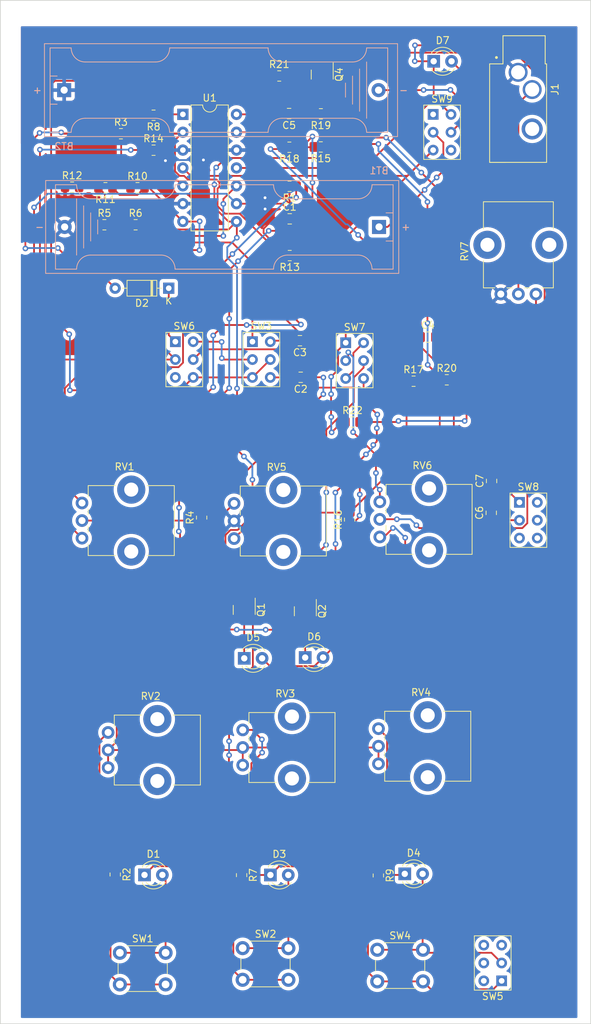
<source format=kicad_pcb>
(kicad_pcb (version 20210424) (generator pcbnew)
  (layers (0 "F.Cu" signal) (31 "B.Cu" signal) (34 "B.Paste" user) (35 "F.Paste" user) (36 "B.SilkS" user "B.Silkscreen") (37 "F.SilkS" user "F.Silkscreen") (38 "B.Mask" user) (39 "F.Mask" user) (44 "Edge.Cuts" user))
  (net 0 "")
  (net 1 "Net-(BT1-Pad1)")
  (net 2 "GND")
  (net 3 "Net-(BT2-Pad2)")
  (net 4 "Net-(C1-Pad2)")
  (net 5 "Net-(C2-Pad1)")
  (net 6 "Net-(C2-Pad2)")
  (net 7 "Net-(C3-Pad2)")
  (net 8 "Net-(C4-Pad1)")
  (net 9 "Net-(C4-Pad2)")
  (net 10 "Net-(C5-Pad2)")
  (net 11 "Net-(C6-Pad1)")
  (net 12 "Net-(C7-Pad2)")
  (net 13 "Net-(D1-Pad1)")
  (net 14 "Net-(D1-Pad2)")
  (net 15 "Net-(D2-Pad1)")
  (net 16 "Net-(D2-Pad2)")
  (net 17 "Net-(D3-Pad2)")
  (net 18 "Net-(D4-Pad2)")
  (net 19 "Net-(D5-Pad1)")
  (net 20 "VCC")
  (net 21 "Net-(D6-Pad1)")
  (net 22 "VSS")
  (net 23 "Net-(D7-Pad2)")
  (net 24 "Net-(J1-Pad2)")
  (net 25 "Net-(Q2-Pad2)")
  (net 26 "Net-(R1-Pad1)")
  (net 27 "Net-(R2-Pad1)")
  (net 28 "Net-(R2-Pad2)")
  (net 29 "Net-(R4-Pad1)")
  (net 30 "Net-(R5-Pad2)")
  (net 31 "Net-(R7-Pad1)")
  (net 32 "Net-(R7-Pad2)")
  (net 33 "TRI_SAW")
  (net 34 "Net-(R10-Pad1)")
  (net 35 "Net-(R9-Pad1)")
  (net 36 "Net-(R9-Pad2)")
  (net 37 "Net-(R10-Pad2)")
  (net 38 "SQR")
  (net 39 "Net-(R15-Pad2)")
  (net 40 "Net-(R16-Pad1)")
  (net 41 "Net-(R16-Pad2)")
  (net 42 "Net-(R21-Pad1)")
  (net 43 "Net-(RV6-Pad3)")
  (net 44 "SEC_WAVE")
  (net 45 "Net-(SW7-Pad3)")
  (net 46 "Net-(Q1-Pad2)")
  (net 47 "Net-(Q2-Pad1)")
  (net 48 "Net-(Q4-Pad1)")
  (net 49 "Net-(Q4-Pad3)")
  (footprint "Potentiometer_THT:Potentiometer_Bourns_PTV09A-1_Single_Vertical" (layer "F.Cu") (at 89.61 95.2)
    (fp_text reference "RV6")
    (fp_text value "100kB")
  )
  (footprint "Capacitor_SMD:C_0805_2012Metric_Pad1.18x1.45mm_HandSolder" (layer "F.Cu") (at 78.25 67.3 180)
    (fp_text reference "C3")
    (fp_text value "100n")
  )
  (footprint "Capacitor_SMD:C_0805_2012Metric_Pad1.18x1.45mm_HandSolder" (layer "F.Cu") (at 78.36 72.5 180)
    (fp_text reference "C2")
    (fp_text value "10n")
  )
  (footprint "Potentiometer_THT:Potentiometer_Bourns_PTV09A-1_Single_Vertical" (layer "F.Cu") (at 68.89 95.43)
    (fp_text reference "RV5")
    (fp_text value "100kB")
  )
  (footprint "Resistor_SMD:R_0805_2012Metric_Pad1.20x1.40mm_HandSolder" (layer "F.Cu") (at 54.89 50.82)
    (fp_text reference "R6")
    (fp_text value "100k")
  )
  (footprint "Resistor_SMD:R_0805_2012Metric_Pad1.20x1.40mm_HandSolder" (layer "F.Cu") (at 50.45 50.82)
    (fp_text reference "R5")
    (fp_text value "100k")
  )
  (footprint "Button_Switch_THT:SW_NKK_G1xJP" (layer "F.Cu") (at 109.46 90.28)
    (fp_text reference "SW8")
    (fp_text value "Resonance")
  )
  (footprint "Resistor_SMD:R_0805_2012Metric_Pad1.20x1.40mm_HandSolder" (layer "F.Cu") (at 50.6 45.56 180)
    (fp_text reference "R11")
    (fp_text value "100k")
  )
  (footprint "Capacitor_SMD:C_0805_2012Metric_Pad1.18x1.45mm_HandSolder" (layer "F.Cu") (at 105.45 91.77 90)
    (fp_text reference "C6")
    (fp_text value "1n")
  )
  (footprint "Button_Switch_THT:SW_NKK_G1xJP" (layer "F.Cu") (at 106.93 158.3 180)
    (fp_text reference "SW5")
    (fp_text value "Gate3SW")
  )
  (footprint "Button_Switch_THT:SW_NKK_G1xJP" (layer "F.Cu") (at 71.5 67.44)
    (fp_text reference "SW3")
    (fp_text value "Range")
  )
  (footprint "Resistor_SMD:R_0805_2012Metric_Pad1.20x1.40mm_HandSolder" (layer "F.Cu") (at 76.8 55.2 180)
    (fp_text reference "R13")
    (fp_text value "470")
  )
  (footprint "Resistor_SMD:R_0805_2012Metric_Pad1.20x1.40mm_HandSolder" (layer "F.Cu") (at 69.96 143.27 -90)
    (fp_text reference "R7")
    (fp_text value "10k")
  )
  (footprint "Resistor_SMD:R_0805_2012Metric_Pad1.20x1.40mm_HandSolder" (layer "F.Cu") (at 64.28 92.45 90)
    (fp_text reference "R4")
    (fp_text value "100k")
  )
  (footprint "Button_Switch_THT:SW_NKK_G1xJP" (layer "F.Cu") (at 84.76 67.59)
    (fp_text reference "SW7")
    (fp_text value "Mod")
  )
  (footprint "LED_THT:LED_D3.0mm" (layer "F.Cu") (at 97.265 27.58)
    (fp_text reference "D7")
    (fp_text value "LED")
  )
  (footprint "Button_Switch_THT:SW_NKK_G1xJP" (layer "F.Cu") (at 97.19 35.13)
    (fp_text reference "SW9")
    (fp_text value "Power")
  )
  (footprint "Resistor_SMD:R_0805_2012Metric_Pad1.20x1.40mm_HandSolder" (layer "F.Cu") (at 51.99 143.18 -90)
    (fp_text reference "R2")
    (fp_text value "10k")
  )
  (footprint "Diode_THT:D_DO-35_SOD27_P7.62mm_Horizontal" (layer "F.Cu") (at 59.6 59.84 180)
    (fp_text reference "D2")
    (fp_text value "1N4148")
  )
  (footprint "Potentiometer_THT:Potentiometer_Bourns_PTV09A-1_Single_Vertical" (layer "F.Cu") (at 47.27 95.37)
    (fp_text reference "RV1")
    (fp_text value "100kB")
  )
  (footprint "LED_THT:LED_D3.0mm" (layer "F.Cu") (at 74.055 143.25)
    (fp_text reference "D3")
    (fp_text value "LED")
  )
  (footprint "Capacitor_SMD:C_0805_2012Metric_Pad1.18x1.45mm_HandSolder" (layer "F.Cu") (at 105.5 87.24 90)
    (fp_text reference "C7")
    (fp_text value "1u")
  )
  (footprint "Resistor_SMD:R_0805_2012Metric_Pad1.20x1.40mm_HandSolder" (layer "F.Cu") (at 57.44 40.22)
    (fp_text reference "R14")
    (fp_text value "470")
  )
  (footprint "Potentiometer_THT:Potentiometer_Bourns_PTV09A-1_Single_Vertical" (layer "F.Cu") (at 111.81 60.67 90)
    (fp_text reference "RV7")
    (fp_text value "100kA")
  )
  (footprint "Package_TO_SOT_SMD:SOT-23" (layer "F.Cu") (at 79.02 105.76 -90)
    (fp_text reference "Q2")
    (fp_text value "BC846")
  )
  (footprint "Resistor_SMD:R_0805_2012Metric_Pad1.20x1.40mm_HandSolder" (layer "F.Cu") (at 81.22 39.76 180)
    (fp_text reference "R15")
    (fp_text value "100k")
  )
  (footprint "LED_THT:LED_D3.0mm" (layer "F.Cu") (at 79 112.34)
    (fp_text reference "D6")
    (fp_text value "LED")
  )
  (footprint "Resistor_SMD:R_0805_2012Metric_Pad1.20x1.40mm_HandSolder" (layer "F.Cu") (at 89.4 143.32 -90)
    (fp_text reference "R9")
    (fp_text value "10k")
  )
  (footprint "Capacitor_SMD:C_0805_2012Metric_Pad1.18x1.45mm_HandSolder" (layer "F.Cu") (at 76.8 49.98)
    (fp_text reference "C1")
    (fp_text value "100n")
  )
  (footprint "Resistor_SMD:R_0805_2012Metric_Pad1.20x1.40mm_HandSolder" (layer "F.Cu") (at 81.23 35.05 180)
    (fp_text reference "R19")
    (fp_text value "100k")
  )
  (footprint "Resistor_SMD:R_0805_2012Metric_Pad1.20x1.40mm_HandSolder" (layer "F.Cu") (at 57.44 35.25 180)
    (fp_text reference "R8")
    (fp_text value "100k")
  )
  (footprint "Resistor_SMD:R_0805_2012Metric_Pad1.20x1.40mm_HandSolder" (layer "F.Cu") (at 76.78 45.35 180)
    (fp_text reference "R1")
    (fp_text value "1k")
  )
  (footprint "Resistor_SMD:R_0805_2012Metric_Pad1.20x1.40mm_HandSolder" (layer "F.Cu") (at 99.13 72.86)
    (fp_text reference "R20")
    (fp_text value "100k")
  )
  (footprint "Resistor_SMD:R_0805_2012Metric_Pad1.20x1.40mm_HandSolder" (layer "F.Cu") (at 45.86 45.48)
    (fp_text reference "R12")
    (fp_text value "100k")
  )
  (footprint "Button_Switch_THT:SW_PUSH_6mm_H9.5mm" (layer "F.Cu") (at 70.11 153.65)
    (fp_text reference "SW2")
    (fp_text value "Gate2")
  )
  (footprint "Resistor_SMD:R_0805_2012Metric_Pad1.20x1.40mm_HandSolder" (layer "F.Cu") (at 75.31 29.67)
    (fp_text reference "R21")
    (fp_text value "10k")
  )
  (footprint "Potentiometer_THT:Potentiometer_Bourns_PTV09A-1_Single_Vertical" (layer "F.Cu") (at 89.42 127.45)
    (fp_text reference "RV4")
    (fp_text value "100kB")
  )
  (footprint "LED_THT:LED_D3.0mm" (layer "F.Cu") (at 70.335 112.45)
    (fp_text reference "D5")
    (fp_text value "LED")
  )
  (footprint "Potentiometer_THT:Potentiometer_Bourns_PTV09A-1_Single_Vertical" (layer "F.Cu") (at 70.12 127.63)
    (fp_text reference "RV3")
    (fp_text value "100kB")
  )
  (footprint "Potentiometer_THT:Potentiometer_Bourns_PTV09A-1_Single_Vertical" (layer "F.Cu") (at 50.98 127.99)
    (fp_text reference "RV2")
    (fp_text value "100kB")
  )
  (footprint "Button_Switch_THT:SW_PUSH_6mm_H9.5mm" (layer "F.Cu") (at 52.65 154.31)
    (fp_text reference "SW1")
    (fp_text value "Gate1")
  )
  (footprint "Package_DIP:DIP-14_W7.62mm" (layer "F.Cu") (at 61.61 35.125)
    (fp_text reference "U1")
    (fp_text value "MCP6004")
  )
  (footprint "Resistor_SMD:R_0805_2012Metric_Pad1.20x1.40mm_HandSolder" (layer "F.Cu") (at 85.72 78.86)
    (fp_text reference "R22")
    (fp_text value "470")
  )
  (footprint "LED_THT:LED_D3.0mm" (layer "F.Cu") (at 56.155 143.24)
    (fp_text reference "D1")
    (fp_text value "LED")
  )
  (footprint "Button_Switch_THT:SW_PUSH_6mm_H9.5mm" (layer "F.Cu") (at 89.25 153.88)
    (fp_text reference "SW4")
    (fp_text value "Gate3")
  )
  (footprint "Resistor_SMD:R_0805_2012Metric_Pad1.20x1.40mm_HandSolder" (layer "F.Cu") (at 76.75 39.8 180)
    (fp_text reference "R18")
    (fp_text value "100k")
  )
  (footprint "Resistor_SMD:R_0805_2012Metric_Pad1.20x1.40mm_HandSolder" (layer "F.Cu") (at 55.16 45.56)
    (fp_text reference "R10")
    (fp_text value "270k")
  )
  (footprint "Button_Switch_THT:SW_NKK_G1xJP" (layer "F.Cu") (at 60.54 67.44)
    (fp_text reference "SW6")
    (fp_text value "Wave")
  )
  (footprint "Resistor_SMD:R_0805_2012Metric_Pad1.20x1.40mm_HandSolder" (layer "F.Cu") (at 52.8 37.88)
    (fp_text reference "R3")
    (fp_text value "1k")
  )
  (footprint "Package_TO_SOT_SMD:SOT-23" (layer "F.Cu") (at 81.42 29.47 -90)
    (fp_text reference "Q4")
    (fp_text value "BC846")
  )
  (footprint "LED_THT:LED_D3.0mm" (layer "F.Cu") (at 93.155 143.09)
    (fp_text reference "D4")
    (fp_text value "LED")
  )
  (footprint "Package_TO_SOT_SMD:SOT-23" (layer "F.Cu") (at 70.33 105.57 -90)
    (fp_text reference "Q1")
    (fp_text value "BC846")
  )
  (footprint "35RAPC2BV4:SWITCHCRAFT_35RAPC2BV4" (layer "F.Cu") (at 109.27 32.95 -90)
    (fp_text reference "J1")
    (fp_text value "35RAPC2BV4")
  )
  (footprint "Resistor_SMD:R_0805_2012Metric_Pad1.20x1.40mm_HandSolder" (layer "F.Cu") (at 85.32 92.74 90)
    (fp_text reference "R16")
    (fp_text value "100k")
  )
  (footprint "Capacitor_SMD:C_0805_2012Metric_Pad1.18x1.45mm_HandSolder" (layer "F.Cu") (at 76.71 35.01 180)
    (fp_text reference "C5")
    (fp_text value "22n")
  )
  (footprint "Capacitor_SMD:C_0805_2012Metric_Pad1.18x1.45mm_HandSolder" (layer "F.Cu") (at 96.46 66.79)
    (fp_text reference "C4")
    (fp_text value "22n")
  )
  (footprint "Resistor_SMD:R_0805_2012Metric_Pad1.20x1.40mm_HandSolder" (layer "F.Cu") (at 94.41 73.06)
    (fp_text reference "R17")
    (fp_text value "10K")
  )
  (footprint "Battery:BatteryHolder_Keystone_2466_1xAAA" (layer "B.Cu") (at 44.73 31.68)
    (fp_text reference "BT2")
    (fp_text value "1.5V")
  )
  (footprint "Battery:BatteryHolder_Keystone_2466_1xAAA" (layer "B.Cu") (at 89.5 51.13 180)
    (fp_text reference "BT1")
    (fp_text value "1.5V")
  )
  (gr_rect (start 35.66 18.92) (end 119.59 164.4) (layer "Edge.Cuts") (width 0.1) (fill none))
  (segment (start 89.5 51.13) (end 90.71 51.13) (width 0.25) (layer "F.Cu") (net 1))
  (segment (start 98.643489 39.123489) (end 97.19 37.67) (width 0.25) (layer "F.Cu") (net 1))
  (segment (start 98.643489 43.146511) (end 98.643489 39.123489) (width 0.25) (layer "F.Cu") (net 1))
  (segment (start 97.69 44.1) (end 98.643489 43.146511) (width 0.25) (layer "F.Cu") (net 1))
  (segment (start 90.71 51.13) (end 95.98 45.86) (width 0.25) (layer "F.Cu") (net 1))
  (via (at 97.69 44.1) (size 0.8) (drill 0.4) (layers "F.Cu" "B.Cu") (net 1))
  (via (at 95.98 45.86) (size 0.8) (drill 0.4) (layers "F.Cu" "B.Cu") (net 1))
  (segment (start 95.98 45.86) (end 95.98 45.81) (width 0.25) (layer "B.Cu") (net 1))
  (segment (start 95.98 45.81) (end 97.69 44.1) (width 0.25) (layer "B.Cu") (net 1))
  (segment (start 75.78 45.35) (end 74.92 45.35) (width 0.25) (layer "F.Cu") (net 2))
  (segment (start 74.92 45.35) (end 73.29 46.98) (width 0.25) (layer "F.Cu") (net 2))
  (segment (start 73.085489 51.379897) (end 73.085489 51.980103) (width 0.25) (layer "F.Cu") (net 2))
  (segment (start 74.7 49.98) (end 75.7625 49.98) (width 0.25) (layer "F.Cu") (net 2))
  (segment (start 73.3 48.58) (end 74.7 49.98) (width 0.25) (layer "F.Cu") (net 2))
  (segment (start 75.7625 49.98) (end 74.485386 49.98) (width 0.25) (layer "F.Cu") (net 2))
  (segment (start 58.44 41.02) (end 59.13 41.71) (width 0.25) (layer "F.Cu") (net 2))
  (segment (start 58.44 40.22) (end 58.44 41.02) (width 0.25) (layer "F.Cu") (net 2))
  (segment (start 64.53 41.61) (end 64.715 41.425) (width 0.25) (layer "F.Cu") (net 2))
  (segment (start 61.61 40.205) (end 64.715 40.205) (width 0.25) (layer "F.Cu") (net 2))
  (segment (start 74.485386 49.98) (end 73.085489 51.379897) (width 0.25) (layer "F.Cu") (net 2))
  (segment (start 64.715 40.205) (end 69.23 40.205) (width 0.25) (layer "F.Cu") (net 2))
  (segment (start 73.085489 51.980103) (end 75.8 54.694614) (width 0.25) (layer "F.Cu") (net 2))
  (segment (start 75.8 54.694614) (end 75.8 55.2) (width 0.25) (layer "F.Cu") (net 2))
  (segment (start 64.715 41.425) (end 64.715 40.205) (width 0.25) (layer "F.Cu") (net 2))
  (via (at 73.29 46.98) (size 0.8) (drill 0.4) (layers "F.Cu" "B.Cu") (net 2))
  (via (at 59.13 41.71) (size 0.8) (drill 0.4) (layers "F.Cu" "B.Cu") (net 2))
  (via (at 64.53 41.61) (size 0.8) (drill 0.4) (layers "F.Cu" "B.Cu") (net 2))
  (via (at 73.3 48.58) (size 0.8) (drill 0.4) (layers "F.Cu" "B.Cu") (net 2))
  (segment (start 59.219511 41.620489) (end 64.519511 41.620489) (width 0.25) (layer "B.Cu") (net 2))
  (segment (start 73.29 48.57) (end 73.3 48.58) (width 0.25) (layer "B.Cu") (net 2))
  (segment (start 59.13 41.71) (end 59.219511 41.620489) (width 0.25) (layer "B.Cu") (net 2))
  (segment (start 73.29 46.98) (end 73.29 48.57) (width 0.25) (layer "B.Cu") (net 2))
  (segment (start 64.519511 41.620489) (end 64.53 41.61) (width 0.25) (layer "B.Cu") (net 2))
  (segment (start 89.43 31.68) (end 95.81 31.68) (width 0.25) (layer "F.Cu") (net 3))
  (segment (start 101.49 33.48) (end 101.49 36.56) (width 0.25) (layer "F.Cu") (net 3))
  (segment (start 99.65 31.64) (end 101.49 33.48) (width 0.25) (layer "F.Cu") (net 3))
  (segment (start 95.81 31.68) (end 95.83 31.66) (width 0.25) (layer "F.Cu") (net 3))
  (segment (start 100.84 36.56) (end 99.73 37.67) (width 0.25) (layer "F.Cu") (net 3))
  (segment (start 101.49 36.56) (end 100.84 36.56) (width 0.25) (layer "F.Cu") (net 3))
  (via (at 95.83 31.66) (size 0.8) (drill 0.4) (layers "F.Cu" "B.Cu") (net 3))
  (via (at 99.65 31.64) (size 0.8) (drill 0.4) (layers "F.Cu" "B.Cu") (net 3))
  (segment (start 99.65 31.65) (end 99.65 31.64) (width 0.25) (layer "B.Cu") (net 3))
  (segment (start 95.83 31.66) (end 99.64 31.66) (width 0.25) (layer "B.Cu") (net 3))
  (segment (start 99.64 31.66) (end 99.65 31.65) (width 0.25) (layer "B.Cu") (net 3))
  (segment (start 70.12 125.13) (end 89.24 125.13) (width 0.25) (layer "F.Cu") (net 4))
  (segment (start 50.98 125.49) (end 52.204511 124.265489) (width 0.25) (layer "F.Cu") (net 4))
  (segment (start 40.45 97.725718) (end 40.45 48.35) (width 0.25) (layer "F.Cu") (net 4))
  (segment (start 52.204511 109.480229) (end 40.45 97.725718) (width 0.25) (layer "F.Cu") (net 4))
  (segment (start 50.98 125.49) (end 50.98 127.99) (width 0.25) (layer "F.Cu") (net 4))
  (segment (start 69.76 125.49) (end 70.12 125.13) (width 0.25) (layer "F.Cu") (net 4))
  (segment (start 89.42 124.95) (end 89.42 127.45) (width 0.25) (layer "F.Cu") (net 4))
  (segment (start 89.24 125.13) (end 89.42 124.95) (width 0.25) (layer "F.Cu") (net 4))
  (segment (start 75.6825 47.825) (end 69.23 47.825) (width 0.25) (layer "F.Cu") (net 4))
  (segment (start 52.204511 124.265489) (end 52.204511 109.480229) (width 0.25) (layer "F.Cu") (net 4))
  (segment (start 77.8375 49.98) (end 75.6825 47.825) (width 0.25) (layer "F.Cu") (net 4))
  (segment (start 50.98 125.49) (end 69.76 125.49) (width 0.25) (layer "F.Cu") (net 4))
  (segment (start 70.12 127.63) (end 70.12 125.13) (width 0.25) (layer "F.Cu") (net 4))
  (via (at 40.45 48.35) (size 0.8) (drill 0.4) (layers "F.Cu" "B.Cu") (net 4))
  (segment (start 42.39 46.41) (end 67.815 46.41) (width 0.25) (layer "B.Cu") (net 4))
  (segment (start 67.815 46.41) (end 69.23 47.825) (width 0.25) (layer "B.Cu") (net 4))
  (segment (start 40.45 48.35) (end 42.39 46.41) (width 0.25) (layer "B.Cu") (net 4))
  (segment (start 61.395 37.88) (end 61.61 37.665) (width 0.25) (layer "F.Cu") (net 5))
  (segment (start 79.3975 67.41) (end 79.2875 67.3) (width 0.25) (layer "F.Cu") (net 5))
  (segment (start 74.87548 54.42018) (end 74.87548 62.88798) (width 0.25) (layer "F.Cu") (net 5))
  (segment (start 61.144211 43.869511) (end 61.784811 43.869511) (width 0.25) (layer "F.Cu") (net 5))
  (segment (start 61.784811 43.869511) (end 62.300789 44.385489) (width 0.25) (layer "F.Cu") (net 5))
  (segment (start 81.58 74.9) (end 65.03 91.45) (width 0.25) (layer "F.Cu") (net 5))
  (segment (start 66.814511 45.410103) (end 66.53952 45.685094) (width 0.25) (layer "F.Cu") (net 5))
  (segment (start 79.3975 72.5) (end 79.3975 67.41) (width 0.25) (layer "F.Cu") (net 5))
  (segment (start 67.609837 49.240489) (end 69.695789 49.240489) (width 0.25) (layer "F.Cu") (net 5))
  (segment (start 62.300789 44.385489) (end 66.390103 44.385489) (width 0.25) (layer "F.Cu") (net 5))
  (segment (start 66.814511 44.809897) (end 66.814511 45.410103) (width 0.25) (layer "F.Cu") (net 5))
  (segment (start 66.53952 48.170172) (end 67.609837 49.240489) (width 0.25) (layer "F.Cu") (net 5))
  (segment (start 53.8 37.88) (end 61.395 37.88) (width 0.25) (layer "F.Cu") (net 5))
  (segment (start 74.87548 62.88798) (end 79.2875 67.3) (width 0.25) (layer "F.Cu") (net 5))
  (segment (start 79.3975 72.5) (end 81.55 72.5) (width 0.25) (layer "F.Cu") (net 5))
  (segment (start 81.55 72.5) (end 81.58 72.53) (width 0.25) (layer "F.Cu") (net 5))
  (segment (start 61.61 37.665) (end 60.485489 38.789511) (width 0.25) (layer "F.Cu") (net 5))
  (segment (start 66.53952 45.685094) (end 66.53952 48.170172) (width 0.25) (layer "F.Cu") (net 5))
  (segment (start 66.390103 44.385489) (end 66.814511 44.809897) (width 0.25) (layer "F.Cu") (net 5))
  (segment (start 69.695789 49.240489) (end 74.87548 54.42018) (width 0.25) (layer "F.Cu") (net 5))
  (segment (start 60.485489 38.789511) (end 60.485489 43.210789) (width 0.25) (layer "F.Cu") (net 5))
  (segment (start 65.03 91.45) (end 64.28 91.45) (width 0.25) (layer "F.Cu") (net 5))
  (segment (start 60.485489 43.210789) (end 61.144211 43.869511) (width 0.25) (layer "F.Cu") (net 5))
  (via (at 81.58 72.53) (size 0.8) (drill 0.4) (layers "F.Cu" "B.Cu") (net 5))
  (via (at 81.58 74.9) (size 0.8) (drill 0.4) (layers "F.Cu" "B.Cu") (net 5))
  (segment (start 81.58 72.53) (end 81.58 74.9) (width 0.25) (layer "B.Cu") (net 5))
  (segment (start 74.04 72.52) (end 77.3025 72.52) (width 0.25) (layer "F.Cu") (net 6))
  (segment (start 77.3025 72.52) (end 77.3225 72.5) (width 0.25) (layer "F.Cu") (net 6))
  (segment (start 74.18 67.3) (end 74.04 67.44) (width 0.25) (layer "F.Cu") (net 7))
  (segment (start 77.2125 67.3) (end 74.18 67.3) (width 0.25) (layer "F.Cu") (net 7))
  (segment (start 106.47 87.29) (end 109.46 90.28) (width 0.25) (layer "F.Cu") (net 8))
  (segment (start 104.955434 87.29) (end 106.47 87.29) (width 0.25) (layer "F.Cu") (net 8))
  (segment (start 95.41 73.06) (end 95.41 66.8025) (width 0.25) (layer "F.Cu") (net 8))
  (segment (start 75.49 40.06) (end 75.75 39.8) (width 0.25) (layer "F.Cu") (net 8))
  (segment (start 74.07 40.06) (end 75.49 40.06) (width 0.25) (layer "F.Cu") (net 8))
  (segment (start 73.615 37.665) (end 75.75 39.8) (width 0.25) (layer "F.Cu") (net 8))
  (segment (start 95.41 66.8025) (end 95.4225 66.79) (width 0.25) (layer "F.Cu") (net 8))
  (segment (start 100.13 82.464566) (end 104.955434 87.29) (width 0.25) (layer "F.Cu") (net 8))
  (segment (start 95.4225 66.79) (end 95.4225 61.1525) (width 0.25) (layer "F.Cu") (net 8))
  (segment (start 95.4225 61.1525) (end 86.53 52.26) (width 0.25) (layer "F.Cu") (net 8))
  (segment (start 95.4225 66.79) (end 95.4225 68.1525) (width 0.25) (layer "F.Cu") (net 8))
  (segment (start 100.13 72.86) (end 100.13 82.464566) (width 0.25) (layer "F.Cu") (net 8))
  (segment (start 69.23 37.665) (end 73.615 37.665) (width 0.25) (layer "F.Cu") (net 8))
  (segment (start 95.4225 68.1525) (end 100.13 72.86) (width 0.25) (layer "F.Cu") (net 8))
  (via (at 74.07 40.06) (size 0.8) (drill 0.4) (layers "F.Cu" "B.Cu") (net 8))
  (via (at 86.53 52.26) (size 0.8) (drill 0.4) (layers "F.Cu" "B.Cu") (net 8))
  (segment (start 85.03 50.76) (end 84.92 50.76) (width 0.25) (layer "B.Cu") (net 8))
  (segment (start 86.53 52.26) (end 85.03 50.76) (width 0.25) (layer "B.Cu") (net 8))
  (segment (start 84.77 50.76) (end 74.07 40.06) (width 0.25) (layer "B.Cu") (net 8))
  (segment (start 84.92 50.76) (end 84.77 50.76) (width 0.25) (layer "B.Cu") (net 8))
  (segment (start 90.51 38.43) (end 83.61 38.43) (width 0.25) (layer "F.Cu") (net 9))
  (segment (start 83.61 38.43) (end 80.23 35.05) (width 0.25) (layer "F.Cu") (net 9))
  (segment (start 80.23 28.7725) (end 80.47 28.5325) (width 0.25) (layer "F.Cu") (net 9))
  (segment (start 97.4975 45.3875) (end 95.51 43.4) (width 0.25) (layer "F.Cu") (net 9))
  (segment (start 97.4975 66.79) (end 97.4975 45.3875) (width 0.25) (layer "F.Cu") (net 9))
  (segment (start 80.23 35.05) (end 80.23 28.7725) (width 0.25) (layer "F.Cu") (net 9))
  (segment (start 80.23 35.05) (end 77.7875 35.05) (width 0.25) (layer "F.Cu") (net 9))
  (segment (start 77.7875 35.05) (end 77.7475 35.01) (width 0.25) (layer "F.Cu") (net 9))
  (via (at 90.51 38.43) (size 0.8) (drill 0.4) (layers "F.Cu" "B.Cu") (net 9))
  (via (at 95.51 43.4) (size 0.8) (drill 0.4) (layers "F.Cu" "B.Cu") (net 9))
  (segment (start 95.51 43.4) (end 90.54 38.43) (width 0.25) (layer "B.Cu") (net 9))
  (segment (start 90.54 38.43) (end 90.51 38.43) (width 0.25) (layer "B.Cu") (net 9))
  (segment (start 98.13 83.69) (end 98.13 72.86) (width 0.25) (layer "F.Cu") (net 10))
  (segment (start 105.45 90.7325) (end 105.45 88.3275) (width 0.25) (layer "F.Cu") (net 10))
  (segment (start 80.618802 36.07452) (end 83.884282 39.34) (width 0.25) (layer "F.Cu") (net 10))
  (segment (start 75.5575 35.125) (end 75.6725 35.01) (width 0.25) (layer "F.Cu") (net 10))
  (segment (start 98.13 72.44) (end 98.13 72.86) (width 0.25) (layer "F.Cu") (net 10))
  (segment (start 96.38 64.79) (end 96.4 64.81) (width 0.25) (layer "F.Cu") (net 10))
  (segment (start 105.45 88.3275) (end 105.5 88.2775) (width 0.25) (layer "F.Cu") (net 10))
  (segment (start 96.38 47.57) (end 96.38 64.79) (width 0.25) (layer "F.Cu") (net 10))
  (segment (start 96.42 70.73) (end 98.13 72.44) (width 0.25) (layer "F.Cu") (net 10))
  (segment (start 83.884282 39.34) (end 89.41 39.34) (width 0.25) (layer "F.Cu") (net 10))
  (segment (start 76.73702 36.07452) (end 80.618802 36.07452) (width 0.25) (layer "F.Cu") (net 10))
  (segment (start 105.5 88.2775) (end 102.7175 88.2775) (width 0.25) (layer "F.Cu") (net 10))
  (segment (start 75.6725 35.01) (end 76.73702 36.07452) (width 0.25) (layer "F.Cu") (net 10))
  (segment (start 69.23 35.125) (end 75.5575 35.125) (width 0.25) (layer "F.Cu") (net 10))
  (segment (start 102.7175 88.2775) (end 98.13 83.69) (width 0.25) (layer "F.Cu") (net 10))
  (via (at 96.4 64.81) (size 0.8) (drill 0.4) (layers "F.Cu" "B.Cu") (net 10))
  (via (at 89.41 39.34) (size 0.8) (drill 0.4) (layers "F.Cu" "B.Cu") (net 10))
  (via (at 96.42 70.73) (size 0.8) (drill 0.4) (layers "F.Cu" "B.Cu") (net 10))
  (via (at 96.38 47.57) (size 0.8) (drill 0.4) (layers "F.Cu" "B.Cu") (net 10))
  (segment (start 96.4 64.81) (end 96.4 70.71) (width 0.25) (layer "B.Cu") (net 10))
  (segment (start 89.41 40.314614) (end 96.38 47.284614) (width 0.25) (layer "B.Cu") (net 10))
  (segment (start 96.38 47.284614) (end 96.38 47.57) (width 0.25) (layer "B.Cu") (net 10))
  (segment (start 89.41 39.34) (end 89.41 40.314614) (width 0.25) (layer "B.Cu") (net 10))
  (segment (start 96.4 70.71) (end 96.42 70.73) (width 0.25) (layer "B.Cu") (net 10))
  (segment (start 109.46 92.82) (end 105.4625 92.82) (width 0.25) (layer "F.Cu") (net 11))
  (segment (start 105.4625 92.82) (end 105.45 92.8075) (width 0.25) (layer "F.Cu") (net 11))
  (segment (start 111.81 80.6175) (end 111.81 60.67) (width 0.25) (layer "F.Cu") (net 12))
  (segment (start 105.5 86.2025) (end 106.225 86.2025) (width 0.25) (layer "F.Cu") (net 12))
  (segment (start 106.225 86.2025) (end 111.81 80.6175) (width 0.25) (layer "F.Cu") (net 12))
  (segment (start 68.085923 142.015489) (end 68.155217 142.084783) (width 0.25) (layer "F.Cu") (net 13))
  (segment (start 93.00048 143.24452) (end 93.155 143.09) (width 0.25) (layer "F.Cu") (net 13))
  (segment (start 87.485923 142.025489) (end 88.704954 143.24452) (width 0.25) (layer "F.Cu") (net 13))
  (segment (start 57.379511 142.015489) (end 68.085923 142.015489) (width 0.25) (layer "F.Cu") (net 13))
  (segment (start 68.18 117.054022) (end 71.559511 113.674511) (width 0.25) (layer "F.Cu") (net 13))
  (segment (start 69.39721 94.205489) (end 71.51 92.092699) (width 0.25) (layer "F.Cu") (net 13))
  (segment (start 71.559511 104.912011) (end 71.28 104.6325) (width 0.25) (layer "F.Cu") (net 13))
  (segment (start 74.055 143.25) (end 75.279511 142.025489) (width 0.25) (layer "F.Cu") (net 13))
  (segment (start 88.704954 143.24452) (end 93.00048 143.24452) (width 0.25) (layer "F.Cu") (net 13))
  (segment (start 68.18 124.23) (end 68.18 117.054022) (width 0.25) (layer "F.Cu") (net 13))
  (segment (start 70.29 83.76) (end 69.31 82.78) (width 0.25) (layer "F.Cu") (net 13))
  (segment (start 71.559511 113.674511) (end 71.559511 104.912011) (width 0.25) (layer "F.Cu") (net 13))
  (segment (start 56.155 143.24) (end 57.379511 142.015489) (width 0.25) (layer "F.Cu") (net 13))
  (segment (start 80.650489 41.329511) (end 67.700489 41.329511) (width 0.25) (layer "F.Cu") (net 13))
  (segment (start 67.700489 41.329511) (end 66.35 42.68) (width 0.25) (layer "F.Cu") (net 13))
  (segment (start 71.28 104.6325) (end 67.665489 101.017989) (width 0.25) (layer "F.Cu") (net 13))
  (segment (start 67.665489 94.92279) (end 68.38279 94.205489) (width 0.25) (layer "F.Cu") (net 13))
  (segment (start 68.09863 50.365) (end 69.23 50.365) (width 0.25) (layer "F.Cu") (net 13))
  (segment (start 68.155217 142.084783) (end 69.320434 143.25) (width 0.25) (layer "F.Cu") (net 13))
  (segment (start 67.665489 101.017989) (end 67.665489 94.92279) (width 0.25) (layer "F.Cu") (net 13))
  (segment (start 75.279511 142.025489) (end 87.485923 142.025489) (width 0.25) (layer "F.Cu") (net 13))
  (segment (start 68.155217 126.239283) (end 68.18 126.2145) (width 0.25) (layer "F.Cu") (net 13))
  (segment (start 56.559511 51.489511) (end 68.105489 51.489511) (width 0.25) (layer "F.Cu") (net 13))
  (segment (start 68.105489 51.489511) (end 69.23 50.365) (width 0.25) (layer "F.Cu") (net 13))
  (segment (start 69.320434 143.25) (end 74.055 143.25) (width 0.25) (layer "F.Cu") (net 13))
  (segment (start 69.28 50.415) (end 69.23 50.365) (width 0.25) (layer "F.Cu") (net 13))
  (segment (start 69.31 82.78) (end 69.31 74.09) (width 0.25) (layer "F.Cu") (net 13))
  (segment (start 68.155217 142.084783) (end 68.155217 126.239283) (width 0.25) (layer "F.Cu") (net 13))
  (segment (start 69.28 52.66) (end 69.28 50.415) (width 0.25) (layer "F.Cu") (net 13))
  (segment (start 68.38279 94.205489) (end 69.39721 94.205489) (width 0.25) (layer "F.Cu") (net 13))
  (segment (start 66.09 45.11) (end 66.09 48.35637) (width 0.25) (layer "F.Cu") (net 13))
  (segment (start 55.89 50.82) (end 56.559511 51.489511) (width 0.25) (layer "F.Cu") (net 13))
  (segment (start 82.22 39.76) (end 80.650489 41.329511) (width 0.25) (layer "F.Cu") (net 13))
  (segment (start 71.51 92.092699) (end 71.51 87.08) (width 0.25) (layer "F.Cu") (net 13))
  (segment (start 66.09 48.35637) (end 68.09863 50.365) (width 0.25) (layer "F.Cu") (net 13))
  (segment (start 71.51 87.08) (end 71.49 87.06) (width 0.25) (layer "F.Cu") (net 13))
  (via (at 66.35 42.68) (size 0.8) (drill 0.4) (layers "F.Cu" "B.Cu") (net 13))
  (via (at 68.18 124.23) (size 0.8) (drill 0.4) (layers "F.Cu" "B.Cu") (net 13))
  (via (at 68.18 126.2145) (size 0.8) (drill 0.4) (layers "F.Cu" "B.Cu") (net 13))
  (via (at 71.49 87.06) (size 0.8) (drill 0.4) (layers "F.Cu" "B.Cu") (net 13))
  (via (at 70.29 83.76) (size 0.8) (drill 0.4) (layers "F.Cu" "B.Cu") (net 13))
  (via (at 69.28 52.66) (size 0.8) (drill 0.4) (layers "F.Cu" "B.Cu") (net 13))
  (via (at 69.31 74.09) (size 0.8) (drill 0.4) (layers "F.Cu" "B.Cu") (net 13))
  (via (at 66.09 45.11) (size 0.8) (drill 0.4) (layers "F.Cu" "B.Cu") (net 13))
  (segment (start 71.49 87.06) (end 71.49 84.96) (width 0.25) (layer "B.Cu") (net 13))
  (segment (start 69.31 74.09) (end 69.31 56.874614) (width 0.25) (layer "B.Cu") (net 13))
  (segment (start 68.18 126.2145) (end 68.18 124.43) (width 0.25) (layer "B.Cu") (net 13))
  (segment (start 67.925489 54.014511) (end 69.28 52.66) (width 0.25) (layer "B.Cu") (net 13))
  (segment (start 71.49 84.96) (end 70.29 83.76) (width 0.25) (layer "B.Cu") (net 13))
  (segment (start 69.31 56.874614) (end 67.925489 55.490103) (width 0.25) (layer "B.Cu") (net 13))
  (segment (start 66.35 42.68) (end 66.09 42.94) (width 0.25) (layer "B.Cu") (net 13))
  (segment (start 66.09 42.94) (end 66.09 45.11) (width 0.25) (layer "B.Cu") (net 13))
  (segment (start 67.925489 55.490103) (end 67.925489 54.014511) (width 0.25) (layer "B.Cu") (net 13))
  (segment (start 68.18 124.43) (end 68.18 124.23) (width 0.25) (layer "B.Cu") (net 13))
  (segment (start 52.65 154.31) (end 59.15 154.31) (width 0.25) (layer "F.Cu") (net 14))
  (segment (start 59.15 154.31) (end 59.15 143.695) (width 0.25) (layer "F.Cu") (net 14))
  (segment (start 59.15 143.695) (end 58.695 143.24) (width 0.25) (layer "F.Cu") (net 14))
  (segment (start 59.6 59.84) (end 59.6 66.5) (width 0.25) (layer "F.Cu") (net 15))
  (segment (start 59.6 66.5) (end 60.54 67.44) (width 0.25) (layer "F.Cu") (net 15))
  (segment (start 44.5 37.88) (end 51.8 37.88) (width 0.25) (layer "F.Cu") (net 16))
  (segment (start 48.52548 56.38548) (end 46.08548 56.38548) (width 0.25) (layer "F.Cu") (net 16))
  (segment (start 39.22 54.19) (end 39.22 39.79) (width 0.25) (layer "F.Cu") (net 16))
  (segment (start 46.08548 56.38548) (end 43.83 54.13) (width 0.25) (layer "F.Cu") (net 16))
  (segment (start 39.22 39.79) (end 41.24 37.77) (width 0.25) (layer "F.Cu") (net 16))
  (segment (start 51.98 59.84) (end 48.52548 56.38548) (width 0.25) (layer "F.Cu") (net 16))
  (segment (start 44.31 37.69) (end 44.5 37.88) (width 0.25) (layer "F.Cu") (net 16))
  (via (at 39.22 54.19) (size 0.8) (drill 0.4) (layers "F.Cu" "B.Cu") (net 16))
  (via (at 44.31 37.69) (size 0.8) (drill 0.4) (layers "F.Cu" "B.Cu") (net 16))
  (via (at 43.83 54.13) (size 0.8) (drill 0.4) (layers "F.Cu" "B.Cu") (net 16))
  (via (at 41.24 37.77) (size 0.8) (drill 0.4) (layers "F.Cu" "B.Cu") (net 16))
  (segment (start 41.32 37.69) (end 44.31 37.69) (width 0.25) (layer "B.Cu") (net 16))
  (segment (start 43.83 54.13) (end 39.28 54.13) (width 0.25) (layer "B.Cu") (net 16))
  (segment (start 41.24 37.77) (end 41.32 37.69) (width 0.25) (layer "B.Cu") (net 16))
  (segment (start 39.28 54.13) (end 39.22 54.19) (width 0.25) (layer "B.Cu") (net 16))
  (segment (start 70.11 153.65) (end 76.61 153.65) (width 0.25) (layer "F.Cu") (net 17))
  (segment (start 76.61 153.65) (end 76.61 143.265) (width 0.25) (layer "F.Cu") (net 17))
  (segment (start 76.61 143.265) (end 76.595 143.25) (width 0.25) (layer "F.Cu") (net 17))
  (segment (start 105.476511 154.306511) (end 106.93 155.76) (width 0.25) (layer "F.Cu") (net 18))
  (segment (start 89.25 153.88) (end 95.75 153.88) (width 0.25) (layer "F.Cu") (net 18))
  (segment (start 95.75 153.88) (end 96.176511 154.306511) (width 0.25) (layer "F.Cu") (net 18))
  (segment (start 96.176511 154.306511) (end 105.476511 154.306511) (width 0.25) (layer "F.Cu") (net 18))
  (segment (start 95.695 153.825) (end 95.75 153.88) (width 0.25) (layer "F.Cu") (net 18))
  (segment (start 95.695 143.09) (end 95.695 153.825) (width 0.25) (layer "F.Cu") (net 18))
  (segment (start 70.33 112.445) (end 70.335 112.45) (width 0.25) (layer "F.Cu") (net 19))
  (segment (start 70.33 106.5075) (end 70.33 112.445) (width 0.25) (layer "F.Cu") (net 19))
  (segment (start 82.68 74.89) (end 82.68 78.13) (width 0.25) (layer "F.Cu") (net 20))
  (segment (start 83.673489 68.676511) (end 83.673489 71.436511) (width 0.25) (layer "F.Cu") (net 20))
  (segment (start 83.31 96.19) (end 83.31 110.57) (width 0.25) (layer "F.Cu") (net 20))
  (segment (start 83.673489 71.436511) (end 82.69 72.42) (width 0.25) (layer "F.Cu") (net 20))
  (segment (start 80.315489 113.564511) (end 81.54 112.34) (width 0.25) (layer "F.Cu") (net 20))
  (segment (start 84.76 67.59) (end 83.673489 68.676511) (width 0.25) (layer "F.Cu") (net 20))
  (segment (start 82.76 80.33) (end 84.23 78.86) (width 0.25) (layer "F.Cu") (net 20))
  (segment (start 83.31 110.57) (end 81.54 112.34) (width 0.25) (layer "F.Cu") (net 20))
  (segment (start 82.68 78.13) (end 82.7 78.15) (width 0.25) (layer "F.Cu") (net 20))
  (segment (start 72.875 112.45) (end 73.989511 113.564511) (width 0.25) (layer "F.Cu") (net 20))
  (segment (start 93.530489 43.869511) (end 97.19 40.21) (width 0.25) (layer "F.Cu") (net 20))
  (segment (start 84.72 78.86) (end 84.72 87.46) (width 0.25) (layer "F.Cu") (net 20))
  (segment (start 61.61 42.745) (end 62.734511 43.869511) (width 0.25) (layer "F.Cu") (net 20))
  (segment (start 84.76 52.64) (end 97.19 40.21) (width 0.25) (layer "F.Cu") (net 20))
  (segment (start 84.23 78.86) (end 84.72 78.86) (width 0.25) (layer "F.Cu") (net 20))
  (segment (start 73.989511 113.564511) (end 80.315489 113.564511) (width 0.25) (layer "F.Cu") (net 20))
  (segment (start 84.72 87.46) (end 83.29 88.89) (width 0.25) (layer "F.Cu") (net 20))
  (segment (start 62.734511 43.869511) (end 93.530489 43.869511) (width 0.25) (layer "F.Cu") (net 20))
  (segment (start 84.76 67.59) (end 84.76 52.64) (width 0.25) (layer "F.Cu") (net 20))
  (via (at 82.69 72.42) (size 0.8) (drill 0.4) (layers "F.Cu" "B.Cu") (net 20))
  (via (at 83.29 88.89) (size 0.8) (drill 0.4) (layers "F.Cu" "B.Cu") (net 20))
  (via (at 82.76 80.33) (size 0.8) (drill 0.4) (layers "F.Cu" "B.Cu") (net 20))
  (via (at 82.68 74.89) (size 0.8) (drill 0.4) (layers "F.Cu" "B.Cu") (net 20))
  (via (at 83.31 96.19) (size 0.8) (drill 0.4) (layers "F.Cu" "B.Cu") (net 20))
  (via (at 82.7 78.15) (size 0.8) (drill 0.4) (layers "F.Cu" "B.Cu") (net 20))
  (segment (start 82.69 72.42) (end 82.69 74.88) (width 0.25) (layer "B.Cu") (net 20))
  (segment (start 83.29 88.89) (end 83.29 96.17) (width 0.25) (layer "B.Cu") (net 20))
  (segment (start 82.69 74.88) (end 82.68 74.89) (width 0.25) (layer "B.Cu") (net 20))
  (segment (start 82.7 80.27) (end 82.76 80.33) (width 0.25) (layer "B.Cu") (net 20))
  (segment (start 83.29 96.17) (end 83.31 96.19) (width 0.25) (layer "B.Cu") (net 20))
  (segment (start 82.7 78.15) (end 82.7 80.27) (width 0.25) (layer "B.Cu") (net 20))
  (segment (start 79 106.7175) (end 79.02 106.6975) (width 0.25) (layer "F.Cu") (net 21))
  (segment (start 79 112.34) (end 79 106.7175) (width 0.25) (layer "F.Cu") (net 21))
  (segment (start 89.61 95.2) (end 90.21 95.2) (width 0.25) (layer "F.Cu") (net 22))
  (segment (start 94.61 25.31) (end 108.82 25.31) (width 0.25) (layer "F.Cu") (net 22))
  (segment (start 108.82 25.31) (end 116.96 33.45) (width 0.25) (layer "F.Cu") (net 22))
  (segment (start 93.2 96.73522) (end 93.2 98.93) (width 0.25) (layer "F.Cu") (net 22))
  (segment (start 93.2 98.93) (end 94.98 100.71) (width 0.25) (layer "F.Cu") (net 22))
  (segment (start 87.401978 42.745) (end 97.265 32.881978) (width 0.25) (layer "F.Cu") (net 22))
  (segment (start 94.98 100.71) (end 110.49 100.71) (width 0.25) (layer "F.Cu") (net 22))
  (segment (start 116.96 33.45) (end 116.96 94.24) (width 0.25) (layer "F.Cu") (net 22))
  (segment (start 93.22 95.31) (end 93.22 96.71522) (width 0.25) (layer "F.Cu") (net 22))
  (segment (start 94.58 27.57) (end 94.59 27.58) (width 0.25) (layer "F.Cu") (net 22))
  (segment (start 97.265 32.881978) (end 97.265 32.665) (width 0.25) (layer "F.Cu") (net 22))
  (segment (start 69.23 42.745) (end 87.401978 42.745) (width 0.25) (layer "F.Cu") (net 22))
  (segment (start 97.265 32.665) (end 99.73 35.13) (width 0.25) (layer "F.Cu") (net 22))
  (segment (start 93.22 96.71522) (end 93.2 96.73522) (width 0.25) (layer "F.Cu") (net 22))
  (segment (start 90.21 95.2) (end 91.48 93.93) (width 0.25) (layer "F.Cu") (net 22))
  (segment (start 110.49 100.71) (end 116.96 94.24) (width 0.25) (layer "F.Cu") (net 22))
  (segment (start 94.59 27.58) (end 97.265 27.58) (width 0.25) (layer "F.Cu") (net 22))
  (segment (start 97.265 27.58) (end 97.265 32.665) (width 0.25) (layer "F.Cu") (net 22))
  (via (at 94.58 27.57) (size 0.8) (drill 0.4) (layers "F.Cu" "B.Cu") (net 22))
  (via (at 91.48 93.93) (size 0.8) (drill 0.4) (layers "F.Cu" "B.Cu") (net 22))
  (via (at 94.61 25.31) (size 0.8) (drill 0.4) (layers "F.Cu" "B.Cu") (net 22))
  (via (at 93.22 95.31) (size 0.8) (drill 0.4) (layers "F.Cu" "B.Cu") (net 22))
  (segment (start 91.84 93.93) (end 93.22 95.31) (width 0.25) (layer "B.Cu") (net 22))
  (segment (start 94.61 25.31) (end 94.61 27.54) (width 0.25) (layer "B.Cu") (net 22))
  (segment (start 91.48 93.93) (end 91.84 93.93) (width 0.25) (layer "B.Cu") (net 22))
  (segment (start 94.61 27.54) (end 94.58 27.57) (width 0.25) (layer "B.Cu") (net 22))
  (segment (start 101.93952 78.44048) (end 101.67 78.71) (width 0.25) (layer "F.Cu") (net 23))
  (segment (start 99.805 27.58) (end 101.93952 29.71452) (width 0.25) (layer "F.Cu") (net 23))
  (segment (start 92.11 78.86) (end 86.72 78.86) (width 0.25) (layer "F.Cu") (net 23))
  (segment (start 101.93952 29.71452) (end 101.93952 78.44048) (width 0.25) (layer "F.Cu") (net 23))
  (segment (start 92.26 78.71) (end 92.11 78.86) (width 0.25) (layer "F.Cu") (net 23))
  (via (at 101.67 78.71) (size 0.8) (drill 0.4) (layers "F.Cu" "B.Cu") (net 23))
  (via (at 92.26 78.71) (size 0.8) (drill 0.4) (layers "F.Cu" "B.Cu") (net 23))
  (segment (start 101.67 78.71) (end 92.26 78.71) (width 0.25) (layer "B.Cu") (net 23))
  (segment (start 109.31 33.56) (end 109.31 60.67) (width 0.25) (layer "F.Cu") (net 24))
  (segment (start 111.27 31.6) (end 109.31 33.56) (width 0.25) (layer "F.Cu") (net 24))
  (segment (start 54.2 40.19) (end 56.41 40.19) (width 0.25) (layer "F.Cu") (net 25))
  (segment (start 69.27 108.36) (end 51.72 108.36) (width 0.25) (layer "F.Cu") (net 25))
  (segment (start 78.07 104.8225) (end 74.5025 108.39) (width 0.25) (layer "F.Cu") (net 25))
  (segment (start 41.29 97.93) (end 41.29 40.14) (width 0.25) (layer "F.Cu") (net 25))
  (segment (start 42.23 98.87) (end 41.29 97.93) (width 0.25) (layer "F.Cu") (net 25))
  (segment (start 51.72 108.36) (end 42.23 98.87) (width 0.25) (layer "F.Cu") (net 25))
  (segment (start 56.41 40.19) (end 56.44 40.22) (width 0.25) (layer "F.Cu") (net 25))
  (segment (start 74.5025 108.39) (end 73.38 108.39) (width 0.25) (layer "F.Cu") (net 25))
  (via (at 54.2 40.19) (size 0.8) (drill 0.4) (layers "F.Cu" "B.Cu") (net 25))
  (via (at 69.27 108.36) (size 0.8) (drill 0.4) (layers "F.Cu" "B.Cu") (net 25))
  (via (at 73.38 108.39) (size 0.8) (drill 0.4) (layers "F.Cu" "B.Cu") (net 25))
  (via (at 41.29 40.14) (size 0.8) (drill 0.4) (layers "F.Cu" "B.Cu") (net 25))
  (segment (start 54.15 40.14) (end 54.2 40.19) (width 0.25) (layer "B.Cu") (net 25))
  (segment (start 73.38 108.39) (end 69.3 108.39) (width 0.25) (layer "B.Cu") (net 25))
  (segment (start 69.3 108.39) (end 69.27 108.36) (width 0.25) (layer "B.Cu") (net 25))
  (segment (start 41.29 40.14) (end 54.15 40.14) (width 0.25) (layer "B.Cu") (net 25))
  (segment (start 47.27 90.37) (end 44.825489 87.925489) (width 0.25) (layer "F.Cu") (net 26))
  (segment (start 61.63 62) (end 68.65 54.98) (width 0.25) (layer "F.Cu") (net 26))
  (segment (start 44.825489 74.049897) (end 47.808875 71.066511) (width 0.25) (layer "F.Cu") (net 26))
  (segment (start 47.808875 71.066511) (end 60.990049 71.066511) (width 0.25) (layer "F.Cu") (net 26))
  (segment (start 60.990049 71.066511) (end 61.63 70.42656) (width 0.25) (layer "F.Cu") (net 26))
  (segment (start 44.825489 87.925489) (end 44.825489 74.049897) (width 0.25) (layer "F.Cu") (net 26))
  (segment (start 61.63 70.42656) (end 61.63 62) (width 0.25) (layer "F.Cu") (net 26))
  (segment (start 77.72 46.95) (end 77.72 45.41) (width 0.25) (layer "F.Cu") (net 26))
  (segment (start 77.72 45.41) (end 77.78 45.35) (width 0.25) (layer "F.Cu") (net 26))
  (via (at 77.72 46.95) (size 0.8) (drill 0.4) (layers "F.Cu" "B.Cu") (net 26))
  (via (at 68.65 54.98) (size 0.8) (drill 0.4) (layers "F.Cu" "B.Cu") (net 26))
  (segment (start 68.65 54.98) (end 72.67 50.96) (width 0.25) (layer "B.Cu") (net 26))
  (segment (start 72.67 50.96) (end 76.68 46.95) (width 0.25) (layer "B.Cu") (net 26))
  (segment (start 76.68 46.95) (end 77.72 46.95) (width 0.25) (layer "B.Cu") (net 26))
  (segment (start 51.99 142.18) (end 49.755489 139.945489) (width 0.25) (layer "F.Cu") (net 27))
  (segment (start 49.755489 124.214511) (end 50.98 122.99) (width 0.25) (layer "F.Cu") (net 27))
  (segment (start 49.755489 139.945489) (end 49.755489 124.214511) (width 0.25) (layer "F.Cu") (net 27))
  (segment (start 51.325489 144.844511) (end 51.325489 157.485489) (width 0.25) (layer "F.Cu") (net 28))
  (segment (start 51.99 144.18) (end 51.325489 144.844511) (width 0.25) (layer "F.Cu") (net 28))
  (segment (start 51.325489 157.485489) (end 52.65 158.81) (width 0.25) (layer "F.Cu") (net 28))
  (segment (start 59.15 158.81) (end 52.65 158.81) (width 0.25) (layer "F.Cu") (net 28))
  (segment (start 47.27 92.87) (end 63.7 92.87) (width 0.25) (layer "F.Cu") (net 29))
  (segment (start 63.7 92.87) (end 64.28 93.45) (width 0.25) (layer "F.Cu") (net 29))
  (segment (start 67.37 47.145) (end 69.23 45.285) (width 0.25) (layer "F.Cu") (net 30))
  (segment (start 67.37 47.84) (end 67.37 47.145) (width 0.25) (layer "F.Cu") (net 30))
  (segment (start 67.36 47.85) (end 67.37 47.84) (width 0.25) (layer "F.Cu") (net 30))
  (segment (start 53.89 50.82) (end 55.48 52.41) (width 0.25) (layer "F.Cu") (net 30))
  (segment (start 55.48 52.41) (end 67.36 52.41) (width 0.25) (layer "F.Cu") (net 30))
  (segment (start 53.89 50.82) (end 51.45 50.82) (width 0.25) (layer "F.Cu") (net 30))
  (via (at 67.36 52.41) (size 0.8) (drill 0.4) (layers "F.Cu" "B.Cu") (net 30))
  (via (at 67.36 47.85) (size 0.8) (drill 0.4) (layers "F.Cu" "B.Cu") (net 30))
  (segment (start 67.36 47.85) (end 67.36 52.41) (width 0.25) (layer "B.Cu") (net 30))
  (segment (start 69.96 142.27) (end 71.344511 140.885489) (width 0.25) (layer "F.Cu") (net 31))
  (segment (start 71.49 122.63) (end 70.12 122.63) (width 0.25) (layer "F.Cu") (net 31))
  (segment (start 71.344511 140.885489) (end 71.344511 127.389989) (width 0.25) (layer "F.Cu") (net 31))
  (segment (start 71.344511 127.389989) (end 72.88 125.8545) (width 0.25) (layer "F.Cu") (net 31))
  (segment (start 72.84 123.98) (end 71.49 122.63) (width 0.25) (layer "F.Cu") (net 31))
  (via (at 72.84 123.98) (size 0.8) (drill 0.4) (layers "F.Cu" "B.Cu") (net 31))
  (via (at 72.88 125.8545) (size 0.8) (drill 0.4) (layers "F.Cu" "B.Cu") (net 31))
  (segment (start 72.88 125.8545) (end 72.88 124.02) (width 0.25) (layer "B.Cu") (net 31))
  (segment (start 72.88 124.02) (end 72.84 123.98) (width 0.25) (layer "B.Cu") (net 31))
  (segment (start 68.785489 145.444511) (end 68.785489 156.825489) (width 0.25) (layer "F.Cu") (net 32))
  (segment (start 68.785489 156.825489) (end 70.11 158.15) (width 0.25) (layer "F.Cu") (net 32))
  (segment (start 69.96 144.27) (end 68.785489 145.444511) (width 0.25) (layer "F.Cu") (net 32))
  (segment (start 76.61 158.15) (end 70.11 158.15) (width 0.25) (layer "F.Cu") (net 32))
  (segment (start 43.405489 30.355489) (end 53.545489 30.355489) (width 0.25) (layer "F.Cu") (net 33))
  (segment (start 63.08 72.52) (end 71.5 72.52) (width 0.25) (layer "F.Cu") (net 33))
  (segment (start 42.88 30.880978) (end 43.405489 30.355489) (width 0.25) (layer "F.Cu") (net 33))
  (segment (start 61.25 74.35) (end 45.55 74.35) (width 0.25) (layer "F.Cu") (net 33))
  (segment (start 53.545489 30.355489) (end 58.44 35.25) (width 0.25) (layer "F.Cu") (net 33))
  (segment (start 71.5 72.52) (end 74.04 69.98) (width 0.25) (layer "F.Cu") (net 33))
  (segment (start 42.88 63.81) (end 42.88 30.880978) (width 0.25) (layer "F.Cu") (net 33))
  (segment (start 61.61 35.125) (end 58.565 35.125) (width 0.25) (layer "F.Cu") (net 33))
  (segment (start 58.565 35.125) (end 58.44 35.25) (width 0.25) (layer "F.Cu") (net 33))
  (segment (start 45.45 66.38) (end 42.88 63.81) (width 0.25) (layer "F.Cu") (net 33))
  (segment (start 63.08 72.52) (end 61.25 74.35) (width 0.25) (layer "F.Cu") (net 33))
  (via (at 45.55 74.35) (size 0.8) (drill 0.4) (layers "F.Cu" "B.Cu") (net 33))
  (via (at 45.45 66.38) (size 0.8) (drill 0.4) (layers "F.Cu" "B.Cu") (net 33))
  (segment (start 45.55 66.48) (end 45.45 66.38) (width 0.25) (layer "B.Cu") (net 33))
  (segment (start 45.55 74.35) (end 45.55 66.48) (width 0.25) (layer "B.Cu") (net 33))
  (segment (start 54.16 45.56) (end 55.18452 44.53548) (width 0.25) (layer "F.Cu") (net 34))
  (segment (start 56.44 35.25) (end 54.79 35.25) (width 0.25) (layer "F.Cu") (net 34))
  (segment (start 60.86048 44.53548) (end 61.61 45.285) (width 0.25) (layer "F.Cu") (net 34))
  (segment (start 55.18452 44.53548) (end 60.86048 44.53548) (width 0.25) (layer "F.Cu") (net 34))
  (segment (start 54.79 35.25) (end 52.84 37.2) (width 0.25) (layer "F.Cu") (net 34))
  (segment (start 52.84 37.2) (end 52.84 44.24) (width 0.25) (layer "F.Cu") (net 34))
  (segment (start 52.84 44.24) (end 54.16 45.56) (width 0.25) (layer "F.Cu") (net 34))
  (segment (start 90.644511 141.075489) (end 89.4 142.32) (width 0.25) (layer "F.Cu") (net 35))
  (segment (start 90.644511 123.674511) (end 90.644511 141.075489) (width 0.25) (layer "F.Cu") (net 35))
  (segment (start 89.42 122.45) (end 90.644511 123.674511) (width 0.25) (layer "F.Cu") (net 35))
  (segment (start 87.925489 145.794511) (end 87.925489 157.055489) (width 0.25) (layer "F.Cu") (net 36))
  (segment (start 105.74 159.49) (end 96.86 159.49) (width 0.25) (layer "F.Cu") (net 36))
  (segment (start 96.86 159.49) (end 95.75 158.38) (width 0.25) (layer "F.Cu") (net 36))
  (segment (start 95.75 158.38) (end 89.25 158.38) (width 0.25) (layer "F.Cu") (net 36))
  (segment (start 89.4 144.32) (end 87.925489 145.794511) (width 0.25) (layer "F.Cu") (net 36))
  (segment (start 87.925489 157.055489) (end 89.25 158.38) (width 0.25) (layer "F.Cu") (net 36))
  (segment (start 106.93 158.3) (end 105.74 159.49) (width 0.25) (layer "F.Cu") (net 36))
  (segment (start 63.97 54.42) (end 61.41 54.42) (width 0.25) (layer "F.Cu") (net 37))
  (segment (start 61.61 50.365) (end 63.965 50.365) (width 0.25) (layer "F.Cu") (net 37))
  (segment (start 56.805 45.56) (end 61.61 50.365) (width 0.25) (layer "F.Cu") (net 37))
  (segment (start 43.55 70.06) (end 43.63 69.98) (width 0.25) (layer "F.Cu") (net 37))
  (segment (start 43.55 91.65) (end 43.55 70.06) (width 0.25) (layer "F.Cu") (net 37))
  (segment (start 51.6 45.56) (end 52.62452 46.58452) (width 0.25) (layer "F.Cu") (net 37))
  (segment (start 43.63 69.98) (end 60.54 69.98) (width 0.25) (layer "F.Cu") (net 37))
  (segment (start 61.41 54.42) (end 56.6 59.23) (width 0.25) (layer "F.Cu") (net 37))
  (segment (start 52.62452 46.58452) (end 55.13548 46.58452) (width 0.25) (layer "F.Cu") (net 37))
  (segment (start 56.6 59.23) (end 56.6 66.04) (width 0.25) (layer "F.Cu") (net 37))
  (segment (start 56.6 66.04) (end 60.54 69.98) (width 0.25) (layer "F.Cu") (net 37))
  (segment (start 47.27 95.37) (end 43.55 91.65) (width 0.25) (layer "F.Cu") (net 37))
  (segment (start 55.13548 46.58452) (end 56.16 45.56) (width 0.25) (layer "F.Cu") (net 37))
  (segment (start 63.965 50.365) (end 64 50.33) (width 0.25) (layer "F.Cu") (net 37))
  (segment (start 56.16 45.56) (end 56.805 45.56) (width 0.25) (layer "F.Cu") (net 37))
  (via (at 64 50.33) (size 0.8) (drill 0.4) (layers "F.Cu" "B.Cu") (net 37))
  (via (at 63.97 54.42) (size 0.8) (drill 0.4) (layers "F.Cu" "B.Cu") (net 37))
  (segment (start 63.97 50.36) (end 63.97 54.42) (width 0.25) (layer "B.Cu") (net 37))
  (segment (start 64 50.33) (end 63.97 50.36) (width 0.25) (layer "B.Cu") (net 37))
  (segment (start 50.52548 46.48548) (end 50.52548 51.515046) (width 0.25) (layer "F.Cu") (net 38))
  (segment (start 52.350434 53.34) (end 68.61 53.34) (width 0.25) (layer "F.Cu") (net 38))
  (segment (start 50.52548 51.515046) (end 52.350434 53.34) (width 0.25) (layer "F.Cu") (net 38))
  (segment (start 68.61 53.34) (end 71.5 56.23) (width 0.25) (layer "F.Cu") (net 38))
  (segment (start 49.6 45.56) (end 46.94 45.56) (width 0.25) (layer "F.Cu") (net 38))
  (segment (start 71.5 56.23) (end 71.5 67.44) (width 0.25) (layer "F.Cu") (net 38))
  (segment (start 49.6 45.56) (end 50.52548 46.48548) (width 0.25) (layer "F.Cu") (net 38))
  (segment (start 46.94 45.56) (end 46.86 45.48) (width 0.25) (layer "F.Cu") (net 38))
  (segment (start 73.81 51.68) (end 77.769566 51.68) (width 0.25) (layer "F.Cu") (net 39))
  (segment (start 77.769566 51.68) (end 80.03 49.419566) (width 0.25) (layer "F.Cu") (net 39))
  (segment (start 68.89 90.43) (end 66.94548 92.37452) (width 0.25) (layer "F.Cu") (net 39))
  (segment (start 68.2 57.26) (end 69.46 56) (width 0.25) (layer "F.Cu") (net 39))
  (segment (start 77.75 39.8) (end 80.18 39.8) (width 0.25) (layer "F.Cu") (net 39))
  (segment (start 66.94548 92.37452) (end 63.584954 92.37452) (width 0.25) (layer "F.Cu") (net 39))
  (segment (start 63.25548 78.98452) (end 68.2 74.04) (width 0.25) (layer "F.Cu") (net 39))
  (segment (start 80.03 49.419566) (end 80.03 44.83) (width 0.25) (layer "F.Cu") (net 39))
  (segment (start 63.25548 92.045046) (end 63.25548 78.98452) (width 0.25) (layer "F.Cu") (net 39))
  (segment (start 63.584954 92.37452) (end 63.25548 92.045046) (width 0.25) (layer "F.Cu") (net 39))
  (segment (start 80.18 39.8) (end 80.22 39.76) (width 0.25) (layer "F.Cu") (net 39))
  (segment (start 80.03 38.27) (end 78.5 39.8) (width 0.25) (layer "F.Cu") (net 39))
  (segment (start 78.5 39.8) (end 77.75 39.8) (width 0.25) (layer "F.Cu") (net 39))
  (segment (start 68.2 64.17) (end 68.2 57.26) (width 0.25) (layer "F.Cu") (net 39))
  (via (at 80.03 38.27) (size 0.8) (drill 0.4) (layers "F.Cu" "B.Cu") (net 39))
  (via (at 69.46 56) (size 0.8) (drill 0.4) (layers "F.Cu" "B.Cu") (net 39))
  (via (at 68.2 64.17) (size 0.8) (drill 0.4) (layers "F.Cu" "B.Cu") (net 39))
  (via (at 73.81 51.68) (size 0.8) (drill 0.4) (layers "F.Cu" "B.Cu") (net 39))
  (via (at 80.03 44.83) (size 0.8) (drill 0.4) (layers "F.Cu" "B.Cu") (net 39))
  (via (at 68.2 74.04) (size 0.8) (drill 0.4) (layers "F.Cu" "B.Cu") (net 39))
  (segment (start 80.03 44.83) (end 80.03 38.27) (width 0.25) (layer "B.Cu") (net 39))
  (segment (start 68.2 74.04) (end 68.2 64.17) (width 0.25) (layer "B.Cu") (net 39))
  (segment (start 73.78 51.68) (end 73.81 51.68) (width 0.25) (layer "B.Cu") (net 39))
  (segment (start 69.46 56) (end 73.78 51.68) (width 0.25) (layer "B.Cu") (net 39))
  (segment (start 87.3 72.67) (end 87.3 75.84) (width 0.25) (layer "F.Cu") (net 40))
  (segment (start 86.72 92.34) (end 85.32 93.74) (width 0.25) (layer "F.Cu") (net 40))
  (segment (start 89.18 81.62) (end 88.68 82.12) (width 0.25) (layer "F.Cu") (net 40))
  (segment (start 86.76 84.34) (end 86.76 89.16) (width 0.25) (layer "F.Cu") (net 40))
  (segment (start 89.18 79.74) (end 89.18 81.62) (width 0.25) (layer "F.Cu") (net 40))
  (segment (start 87.3 75.84) (end 89.25 77.79) (width 0.25) (layer "F.Cu") (net 40))
  (segment (start 86.72 92.15) (end 86.72 92.34) (width 0.25) (layer "F.Cu") (net 40))
  (segment (start 87.64 83.46) (end 86.76 84.34) (width 0.25) (layer "F.Cu") (net 40))
  (via (at 89.18 79.74) (size 0.8) (drill 0.4) (layers "F.Cu" "B.Cu") (net 40))
  (via (at 86.72 92.15) (size 0.8) (drill 0.4) (layers "F.Cu" "B.Cu") (net 40))
  (via (at 87.64 83.46) (size 0.8) (drill 0.4) (layers "F.Cu" "B.Cu") (net 40))
  (via (at 86.76 89.16) (size 0.8) (drill 0.4) (layers "F.Cu" "B.Cu") (net 40))
  (via (at 88.68 82.12) (size 0.8) (drill 0.4) (layers "F.Cu" "B.Cu") (net 40))
  (via (at 89.25 77.79) (size 0.8) (drill 0.4) (layers "F.Cu" "B.Cu") (net 40))
  (segment (start 86.76 89.16) (end 86.76 92.11) (width 0.25) (layer "B.Cu") (net 40))
  (segment (start 88.68 82.12) (end 88.68 82.42) (width 0.25) (layer "B.Cu") (net 40))
  (segment (start 89.25 77.79) (end 89.25 79.67) (width 0.25) (layer "B.Cu") (net 40))
  (segment (start 86.76 92.11) (end 86.72 92.15) (width 0.25) (layer "B.Cu") (net 40))
  (segment (start 88.68 82.42) (end 87.64 83.46) (width 0.25) (layer "B.Cu") (net 40))
  (segment (start 89.25 79.67) (end 89.18 79.74) (width 0.25) (layer "B.Cu") (net 40))
  (segment (start 93.41 83.65) (end 85.32 91.74) (width 0.25) (layer "F.Cu") (net 41))
  (segment (start 72.58 91.74) (end 68.89 95.43) (width 0.25) (layer "F.Cu") (net 41))
  (segment (start 93.41 73.06) (end 93.41 83.65) (width 0.25) (layer "F.Cu") (net 41))
  (segment (start 85.32 91.74) (end 72.58 91.74) (width 0.25) (layer "F.Cu") (net 41))
  (segment (start 110.58 87.622696) (end 113.034511 85.168185) (width 0.25) (layer "F.Cu") (net 42))
  (segment (start 113.97 31.481883) (end 108.843606 26.355489) (width 0.25) (layer "F.Cu") (net 42))
  (segment (start 89.63 92.68) (end 89.61 92.7) (width 0.25) (layer "F.Cu") (net 42))
  (segment (start 113.034511 85.168185) (end 113.034511 57.564511) (width 0.25) (layer "F.Cu") (net 42))
  (segment (start 77.624511 26.355489) (end 74.31 29.67) (width 0.25) (layer "F.Cu") (net 42))
  (segment (start 110.68 41.49) (end 113.97 38.2) (width 0.25) (layer "F.Cu") (net 42))
  (segment (start 110.58 93.23656) (end 110.58 87.622696) (width 0.25) (layer "F.Cu") (net 42))
  (segment (start 94.81 93.53) (end 95.22 93.94) (width 0.25) (layer "F.Cu") (net 42))
  (segment (start 110.68 55.21) (end 110.68 41.49) (width 0.25) (layer "F.Cu") (net 42))
  (segment (start 113.97 38.2) (end 113.97 31.481883) (width 0.25) (layer "F.Cu") (net 42))
  (segment (start 108.843606 26.355489) (end 77.624511 26.355489) (width 0.25) (layer "F.Cu") (net 42))
  (segment (start 92.03 92.68) (end 89.63 92.68) (width 0.25) (layer "F.Cu") (net 42))
  (segment (start 113.034511 57.564511) (end 110.68 55.21) (width 0.25) (layer "F.Cu") (net 42))
  (segment (start 109.87656 93.94) (end 110.58 93.23656) (width 0.25) (layer "F.Cu") (net 42))
  (segment (start 95.22 93.94) (end 109.87656 93.94) (width 0.25) (layer "F.Cu") (net 42))
  (via (at 92.03 92.68) (size 0.8) (drill 0.4) (layers "F.Cu" "B.Cu") (net 42))
  (via (at 94.81 93.53) (size 0.8) (drill 0.4) (layers "F.Cu" "B.Cu") (net 42))
  (segment (start 94.81 93.53) (end 93.96 92.68) (width 0.25) (layer "B.Cu") (net 42))
  (segment (start 93.96 92.68) (end 92.03 92.68) (width 0.25) (layer "B.Cu") (net 42))
  (segment (start 85.127874 68.9515) (end 85.127874 69.762126) (width 0.25) (layer "F.Cu") (net 43))
  (segment (start 89.61 88.48) (end 89.607299 88.477299) (width 0.25) (layer "F.Cu") (net 43))
  (segment (start 89.06 83.55) (end 85.81 80.3) (width 0.25) (layer "F.Cu") (net 43))
  (segment (start 85.127874 69.762126) (end 84.76 70.13) (width 0.25) (layer "F.Cu") (net 43))
  (segment (start 89.06 86.11) (end 89.06 83.55) (width 0.25) (layer "F.Cu") (net 43))
  (segment (start 89.61 90.2) (end 89.61 88.48) (width 0.25) (layer "F.Cu") (net 43))
  (via (at 85.81 80.3) (size 0.8) (drill 0.4) (layers "F.Cu" "B.Cu") (net 43))
  (via (at 89.607299 88.477299) (size 0.8) (drill 0.4) (layers "F.Cu" "B.Cu") (net 43))
  (via (at 85.127874 68.9515) (size 0.8) (drill 0.4) (layers "F.Cu" "B.Cu") (net 43))
  (via (at 89.06 86.11) (size 0.8) (drill 0.4) (layers "F.Cu" "B.Cu") (net 43))
  (segment (start 85.81 80.3) (end 85.846511 80.263489) (width 0.25) (layer "B.Cu") (net 43))
  (segment (start 85.846511 69.670137) (end 85.127874 68.9515) (width 0.25) (layer "B.Cu") (net 43))
  (segment (start 89.607299 88.477299) (end 89.05 87.92) (width 0.25) (layer "B.Cu") (net 43))
  (segment (start 89.05 87.92) (end 89.05 86.47) (width 0.25) (layer "B.Cu") (net 43))
  (segment (start 85.846511 80.263489) (end 85.846511 69.670137) (width 0.25) (layer "B.Cu") (net 43))
  (segment (start 89.05 86.12) (end 89.06 86.11) (width 0.25) (layer "B.Cu") (net 43))
  (segment (start 89.05 86.47) (end 89.05 86.12) (width 0.25) (layer "B.Cu") (net 43))
  (segment (start 67.14 69.78) (end 67.34 69.98) (width 0.25) (layer "F.Cu") (net 44))
  (segment (start 67.34 69.98) (end 71.5 69.98) (width 0.25) (layer "F.Cu") (net 44))
  (segment (start 63.08 67.44) (end 67.09 67.44) (width 0.25) (layer "F.Cu") (net 44))
  (segment (start 67.09 67.44) (end 67.12 67.47) (width 0.25) (layer "F.Cu") (net 44))
  (via (at 67.12 67.47) (size 0.8) (drill 0.4) (layers "F.Cu" "B.Cu") (net 44))
  (via (at 67.14 69.78) (size 0.8) (drill 0.4) (layers "F.Cu" "B.Cu") (net 44))
  (segment (start 67.12 69.76) (end 67.14 69.78) (width 0.25) (layer "B.Cu") (net 44))
  (segment (start 67.12 67.47) (end 67.12 69.76) (width 0.25) (layer "B.Cu") (net 44))
  (segment (start 85.846511 69.043489) (end 87.3 67.59) (width 0.25) (layer "F.Cu") (net 45))
  (segment (start 85.846511 71.583489) (end 85.846511 69.043489) (width 0.25) (layer "F.Cu") (net 45))
  (segment (start 84.76 72.67) (end 85.846511 71.583489) (width 0.25) (layer "F.Cu") (net 45))
  (segment (start 77.8 64.41) (end 77.8 55.2) (width 0.25) (layer "F.Cu") (net 46))
  (segment (start 78.39 65) (end 77.8 64.41) (width 0.25) (layer "F.Cu") (net 46))
  (segment (start 61.21 96.4625) (end 61.21 96.34) (width 0.25) (layer "F.Cu") (net 46))
  (segment (start 65.92 66.56) (end 67.41 65.07) (width 0.25) (layer "F.Cu") (net 46))
  (segment (start 61.07 91.04) (end 61.07 78.75) (width 0.25) (layer "F.Cu") (net 46))
  (segment (start 61.21 96.34) (end 61.21 94.59) (width 0.25) (layer "F.Cu") (net 46))
  (segment (start 61.07 78.75) (end 65.92 73.9) (width 0.25) (layer "F.Cu") (net 46))
  (segment (start 67.41 65.07) (end 70.67 65.07) (width 0.25) (layer "F.Cu") (net 46))
  (segment (start 69.38 104.6325) (end 61.21 96.4625) (width 0.25) (layer "F.Cu") (net 46))
  (segment (start 61.21 94.59) (end 61.03 94.41) (width 0.25) (layer "F.Cu") (net 46))
  (via (at 65.92 73.9) (size 0.8) (drill 0.4) (layers "F.Cu" "B.Cu") (net 46))
  (via (at 65.92 66.56) (size 0.8) (drill 0.4) (layers "F.Cu" "B.Cu") (net 46))
  (via (at 61.03 94.41) (size 0.8) (drill 0.4) (layers "F.Cu" "B.Cu") (net 46))
  (via (at 61.07 91.04) (size 0.8) (drill 0.4) (layers "F.Cu" "B.Cu") (net 46))
  (via (at 78.39 65) (size 0.8) (drill 0.4) (layers "F.Cu" "B.Cu") (net 46))
  (via (at 70.67 65.07) (size 0.8) (drill 0.4) (layers "F.Cu" "B.Cu") (net 46))
  (segment (start 65.92 73.9) (end 65.92 66.56) (width 0.25) (layer "B.Cu") (net 46))
  (segment (start 61.03 94.41) (end 61.03 91.08) (width 0.25) (layer "B.Cu") (net 46))
  (segment (start 70.67 65.07) (end 78.32 65.07) (width 0.25) (layer "B.Cu") (net 46))
  (segment (start 78.32 65.07) (end 78.39 65) (width 0.25) (layer "B.Cu") (net 46))
  (segment (start 61.03 91.08) (end 61.07 91.04) (width 0.25) (layer "B.Cu") (net 46))
  (segment (start 63.08 69.98) (end 64.533489 68.526511) (width 0.25) (layer "F.Cu") (net 47))
  (segment (start 79.97 104.8225) (end 79.97 98.32) (width 0.25) (layer "F.Cu") (net 47))
  (segment (start 85.91 76.050434) (end 82 79.960434) (width 0.25) (layer "F.Cu") (net 47))
  (segment (start 75.126511 68.526511) (end 78.48548 71.88548) (width 0.25) (layer "F.Cu") (net 47))
  (segment (start 82 79.960434) (end 82 88.86) (width 0.25) (layer "F.Cu") (net 47))
  (segment (start 64.533489 68.526511) (end 75.126511 68.526511) (width 0.25) (layer "F.Cu") (net 47))
  (segment (start 87.3 70.13) (end 87.3 71.13344) (width 0.25) (layer "F.Cu") (net 47))
  (segment (start 85.91 72.52344) (end 85.91 76.050434) (width 0.25) (layer "F.Cu") (net 47))
  (segment (start 78.48548 73.220046) (end 79.235434 73.97) (width 0.25) (layer "F.Cu") (net 47))
  (segment (start 79.97 98.32) (end 81.96 96.33) (width 0.25) (layer "F.Cu") (net 47))
  (segment (start 87.3 71.13344) (end 85.91 72.52344) (width 0.25) (layer "F.Cu") (net 47))
  (segment (start 78.48548 71.88548) (end 78.48548 73.220046) (width 0.25) (layer "F.Cu") (net 47))
  (segment (start 79.235434 73.97) (end 85.91 73.97) (width 0.25) (layer "F.Cu") (net 47))
  (via (at 82 88.86) (size 0.8) (drill 0.4) (layers "F.Cu" "B.Cu") (net 47))
  (via (at 81.96 96.33) (size 0.8) (drill 0.4) (layers "F.Cu" "B.Cu") (net 47))
  (segment (start 81.96 88.9) (end 82 88.86) (width 0.25) (layer "B.Cu") (net 47))
  (segment (start 81.96 96.33) (end 81.96 88.9) (width 0.25) (layer "B.Cu") (net 47))
  (segment (start 76.31 29.67) (end 78.50952 27.47048) (width 0.25) (layer "F.Cu") (net 48))
  (segment (start 78.50952 27.47048) (end 81.30798 27.47048) (width 0.25) (layer "F.Cu") (net 48))
  (segment (start 81.30798 27.47048) (end 82.37 28.5325) (width 0.25) (layer "F.Cu") (net 48))
  (segment (start 81.42 34.24) (end 82.23 35.05) (width 0.25) (layer "F.Cu") (net 49))
  (segment (start 81.42 30.4075) (end 81.42 34.24) (width 0.25) (layer "F.Cu") (net 49))
  (zone (net 2) (net_name "GND") (layers F&B.Cu) (connect_pads (clearance 0.508)) (min_thickness 0.254) (fill yes (thermal_gap 0.508) (thermal_bridge_width 0.508))
    (polygon (pts (xy 117.7 163.58) (xy 38.58 163.58) (xy 38.58 22.61) (xy 117.7 22.61)))
  )
)
</source>
